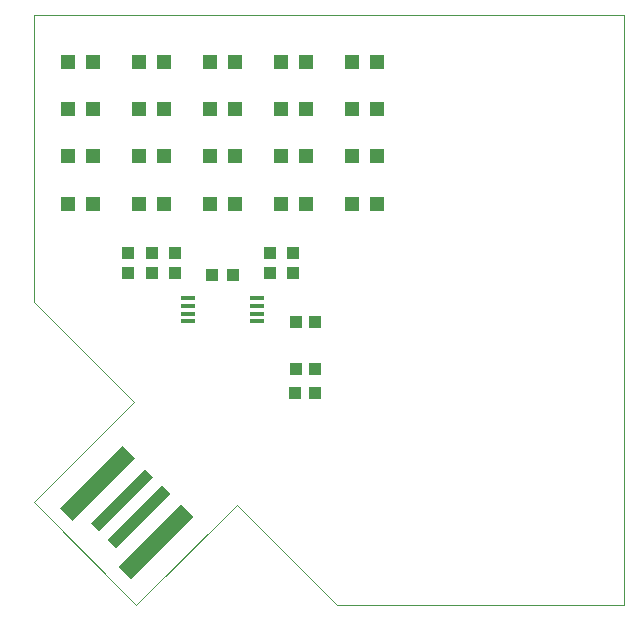
<source format=gtp>
G75*
%MOIN*%
%OFA0B0*%
%FSLAX25Y25*%
%IPPOS*%
%LPD*%
%AMOC8*
5,1,8,0,0,1.08239X$1,22.5*
%
%ADD10C,0.00000*%
%ADD11R,0.04134X0.04252*%
%ADD12R,0.04724X0.01378*%
%ADD13R,0.03937X0.03937*%
%ADD14R,0.03937X0.04331*%
%ADD15R,0.29528X0.05906*%
%ADD16R,0.25591X0.03937*%
%ADD17R,0.04724X0.04724*%
%ADD18R,0.04331X0.03937*%
D10*
X0007833Y0042085D02*
X0041297Y0075549D01*
X0007833Y0109014D01*
X0007833Y0204683D01*
X0204683Y0204683D01*
X0204683Y0007833D01*
X0109014Y0007833D01*
X0075549Y0041297D01*
X0042085Y0007833D01*
X0007833Y0042085D01*
D11*
X0067380Y0118069D03*
X0074270Y0118069D03*
D12*
X0082341Y0110097D03*
X0082341Y0107538D03*
X0082341Y0104979D03*
X0082341Y0102420D03*
X0059309Y0102420D03*
X0059309Y0104979D03*
X0059309Y0107538D03*
X0059309Y0110097D03*
D13*
X0095234Y0102321D03*
X0101534Y0102321D03*
X0101534Y0086573D03*
X0095234Y0086573D03*
D14*
X0095038Y0078699D03*
X0101731Y0078699D03*
D15*
G36*
X0061043Y0037380D02*
X0040165Y0016502D01*
X0035989Y0020678D01*
X0056867Y0041556D01*
X0061043Y0037380D01*
G37*
G36*
X0041556Y0056867D02*
X0020678Y0035989D01*
X0016502Y0040165D01*
X0037380Y0061043D01*
X0041556Y0056867D01*
G37*
D16*
G36*
X0047819Y0050603D02*
X0029725Y0032509D01*
X0026941Y0035293D01*
X0045035Y0053387D01*
X0047819Y0050603D01*
G37*
G36*
X0053387Y0045035D02*
X0035293Y0026941D01*
X0032509Y0029725D01*
X0050603Y0047819D01*
X0053387Y0045035D01*
G37*
D17*
X0051337Y0141691D03*
X0043069Y0141691D03*
X0027715Y0141691D03*
X0019447Y0141691D03*
X0019447Y0157439D03*
X0027715Y0157439D03*
X0043069Y0157439D03*
X0051337Y0157439D03*
X0066691Y0157439D03*
X0074959Y0157439D03*
X0090313Y0157439D03*
X0098581Y0157439D03*
X0113935Y0157439D03*
X0122203Y0157439D03*
X0122203Y0141691D03*
X0113935Y0141691D03*
X0098581Y0141691D03*
X0090313Y0141691D03*
X0074959Y0141691D03*
X0066691Y0141691D03*
X0066691Y0173187D03*
X0074959Y0173187D03*
X0090313Y0173187D03*
X0098581Y0173187D03*
X0098581Y0188935D03*
X0090313Y0188935D03*
X0074959Y0188935D03*
X0066691Y0188935D03*
X0051337Y0188935D03*
X0043069Y0188935D03*
X0027715Y0188935D03*
X0019447Y0188935D03*
X0019447Y0173187D03*
X0027715Y0173187D03*
X0043069Y0173187D03*
X0051337Y0173187D03*
X0113935Y0173187D03*
X0122203Y0173187D03*
X0122203Y0188935D03*
X0113935Y0188935D03*
D18*
X0094447Y0125353D03*
X0094447Y0118660D03*
X0086573Y0118660D03*
X0086573Y0125353D03*
X0055077Y0125353D03*
X0055077Y0118660D03*
X0047203Y0118660D03*
X0047203Y0125353D03*
X0039329Y0125353D03*
X0039329Y0118660D03*
M02*

</source>
